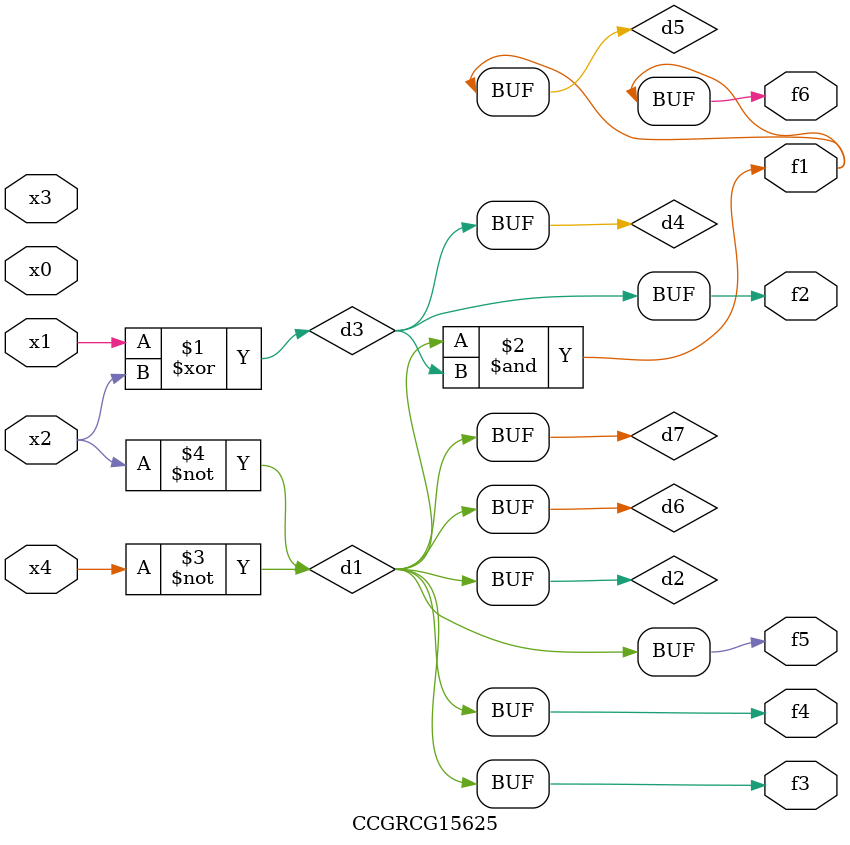
<source format=v>
module CCGRCG15625(
	input x0, x1, x2, x3, x4,
	output f1, f2, f3, f4, f5, f6
);

	wire d1, d2, d3, d4, d5, d6, d7;

	not (d1, x4);
	not (d2, x2);
	xor (d3, x1, x2);
	buf (d4, d3);
	and (d5, d1, d3);
	buf (d6, d1, d2);
	buf (d7, d2);
	assign f1 = d5;
	assign f2 = d4;
	assign f3 = d7;
	assign f4 = d7;
	assign f5 = d7;
	assign f6 = d5;
endmodule

</source>
